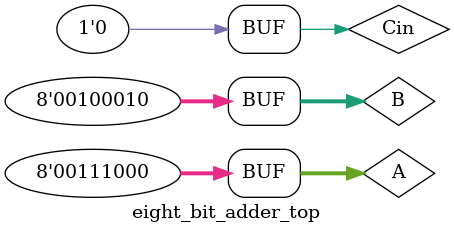
<source format=v>
module eight_bit_adder_top;
    reg [7:0] A;
    reg [7:0] B;
    reg Cin;

    wire [7:0] Sum;
    wire Carry;
    eight_bit_adder Adder(A, B, Cin, Sum, Carry);

    always @(A or B or Cin or Sum or Carry) begin
        $display("At time = %d, the inputs are = %d and %d and the carry_input is %d and the sum = %d, carry_out = %d",$time, A, B, Cin, Sum, Carry);
    end
/*
    initial begin
        #50
        $finish;
    end
*/
    initial begin
        A = 0; B = 1; Cin = 0;
        #2
        A = 2; B = 4; Cin = 0;
        #2
        A = 3; B = 5; Cin = 1;
        #2
        A = 30; B = 51; Cin = 1;
        #2
        A = 13; B = 25; Cin = 1;
        #2
        A = 45; B = 5; Cin = 0;
        #2
        A = 56; B = 12; Cin = 1;
        #2
        A = 17; B = 24; Cin = 0;
        #2
        A = 12; B = 72; Cin = 1;
        #2
        A = 111; B = 25; Cin = 0;
        #2
        A = 56; B = 34; Cin = 0;
    end
endmodule
//To run the simulation write `iverilog A1Q1_eight_bit_adder_top.v A1Q1_eight_bit_adder.v A1Q1_one_bit_full_adder.v` in 
// terminal and then `./a.out` in terminal to get the output. If we include the files then syntax may be different to run.

</source>
